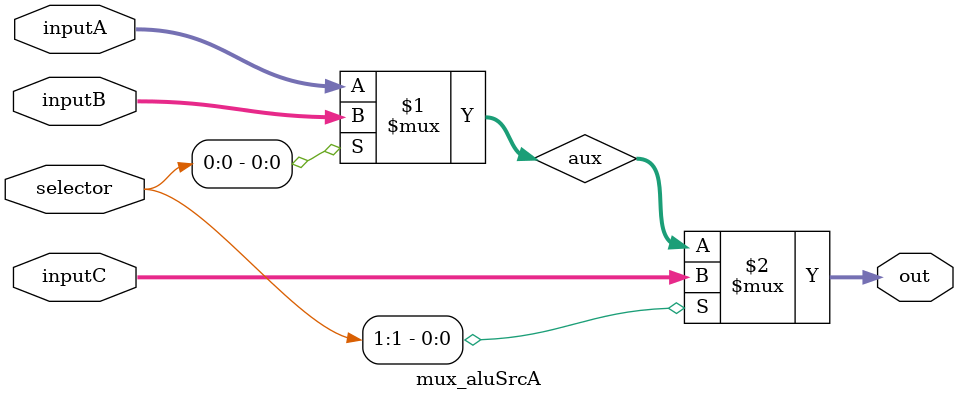
<source format=v>
module mux_aluSrcA(
	input wire [1:0] selector,
	input wire [31:0] inputA,//00
	input wire [31:0] inputB,//01
	input wire [31:0] inputC,//11
	output wire [31:0] out);
	
	wire[31:0] aux;
	
	assign aux = (selector[0]) ? inputB : inputA;
	assign out = (selector[1]) ? inputC : aux;
	
	endmodule
</source>
